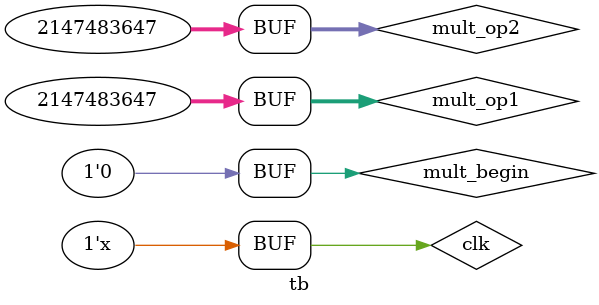
<source format=v>
`timescale 1ns / 1ps


module tb;

    // Inputs
    reg clk;
    reg mult_begin;
    reg [31:0] mult_op1;
    reg [31:0] mult_op2;

    // Outputs
    wire [63:0] product;
    wire mult_end;
    wire overflow;

    // Instantiate the Unit Under Test (UUT)
    multiply uut (
        .clk(clk), 
        .mult_begin(mult_begin), 
        .mult_op1(mult_op1), 
        .mult_op2(mult_op2), 
        .product(product), 
        .mult_end(mult_end),
        .overflow(overflow)
    );

    initial begin
        // Initialize Inputs
        clk = 0;
        mult_begin = 0;
        mult_op1 = 0;
        mult_op2 = 0;

        // Wait 100 ns for global reset to finish
        #100;
        mult_begin = 1;
        mult_op1 = 32'H7fffffff;
        mult_op2 = 32'H7fffffff;
        #400;
        mult_begin = 0;
        #500;
        // Add stimulus here
    end
   always #5 clk = ~clk;
endmodule


</source>
